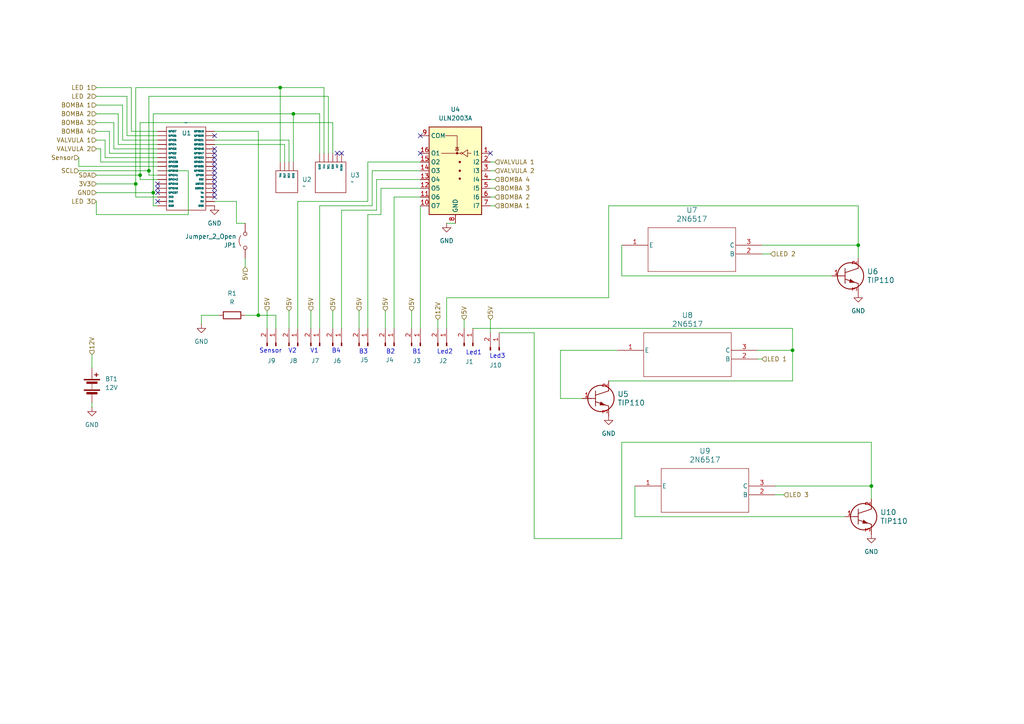
<source format=kicad_sch>
(kicad_sch (version 20250114) (generator "eeschema") (generator_version "9.0")
  (paper "A4")
  (lib_symbols
    (symbol "2025-05-21_07-05-57:TIP110" (pin_names (offset 0.254))
      (property "Reference" "U" (at 10.16 2.54 0))
      (property "Value" "TIP110" (at 10.16 -2.54 0))
      (symbol "TIP110_1_1"
        (polyline (pts (xy 2.54 0) (xy 3.81 0)) (stroke (width 0.2032)))
        (polyline (pts (xy 3.81 0.9398) (xy 7.62 2.2098)) (stroke (width 0.2032)))
        (polyline (pts (xy 3.81 -0.9398) (xy 7.62 -2.2098)) (stroke (width 0.2032)))
        (polyline (pts (xy 3.81 -2.2098) (xy 3.81 2.2098)) (stroke (width 0.2032)))
        (circle (center 5.3848 0) (radius 3.81) (stroke (width 0.254)))
        (polyline (pts (xy 5.3848 -0.9398) (xy 5.08 -1.905) (xy 6.6548 -1.905)) (fill (type outline)))
        (polyline (pts (xy 7.62 2.2098) (xy 7.62 2.54)) (stroke (width 0.2032)))
        (polyline (pts (xy 7.62 -2.54) (xy 7.62 -2.2098)) (stroke (width 0.2032)))
        (pin unspecified line (at 0 0 0) (length 2.54) (name "") (number "1"))
        (pin unspecified line (at 7.62 5.08 270) (length 2.54) (name "") (number "2"))
        (pin unspecified line (at 7.62 -5.08 90) (length 2.54) (name "") (number "3"))
      )
    )
    (symbol "2025-05-21_07-22-19:2N6517" (pin_names (offset 0.254))
      (property "Reference" "U" (at 20.32 10.16 0))
      (property "Value" "2N6517" (at 20.32 7.62 0))
      (symbol "2N6517_0_1"
        (polyline (pts (xy 7.62 5.08) (xy 7.62 -7.62)) (stroke (width 0.127)))
        (polyline (pts (xy 7.62 -7.62) (xy 33.02 -7.62)) (stroke (width 0.127)))
        (polyline (pts (xy 33.02 5.08) (xy 7.62 5.08)) (stroke (width 0.127)))
        (polyline (pts (xy 33.02 -7.62) (xy 33.02 5.08)) (stroke (width 0.127)))
        (pin unspecified line (at 0 0 0) (length 7.62) (name "E") (number "1"))
        (pin unspecified line (at 40.64 0 180) (length 7.62) (name "C") (number "3"))
        (pin unspecified line (at 40.64 -2.54 180) (length 7.62) (name "B") (number "2"))
      )
    )
    (symbol "Connector:Conn_01x02_Pin" (pin_names (offset 1.016) (hide yes))
      (property "Reference" "J" (at 0 2.54 0))
      (property "Value" "Conn_01x02_Pin" (at 0 -5.08 0))
      (symbol "Conn_01x02_Pin_1_1"
        (rectangle (start 0.8636 0.127) (end 0 -0.127) (stroke (width 0.1524)) (fill (type outline)))
        (rectangle (start 0.8636 -2.413) (end 0 -2.667) (stroke (width 0.1524)) (fill (type outline)))
        (polyline (pts (xy 1.27 0) (xy 0.8636 0)) (stroke (width 0.1524)))
        (polyline (pts (xy 1.27 -2.54) (xy 0.8636 -2.54)) (stroke (width 0.1524)))
        (pin passive line (at 5.08 0 180) (length 3.81) (name "Pin_1") (number "1"))
        (pin passive line (at 5.08 -2.54 180) (length 3.81) (name "Pin_2") (number "2"))
      )
    )
    (symbol "Device:Battery" (pin_numbers (hide yes)) (pin_names (offset 0) (hide yes))
      (property "Reference" "BT" (at 2.54 2.54 0))
      (property "Value" "Battery" (at 2.54 0 0))
      (symbol "Battery_0_1"
        (rectangle (start -2.286 1.778) (end 2.286 1.524) (fill (type outline)))
        (rectangle (start -2.286 -1.27) (end 2.286 -1.524) (fill (type outline)))
        (rectangle (start -1.524 1.016) (end 1.524 0.508) (fill (type outline)))
        (rectangle (start -1.524 -2.032) (end 1.524 -2.54) (fill (type outline)))
        (polyline (pts (xy 0 1.778) (xy 0 2.54)))
        (polyline (pts (xy 0 0) (xy 0 0.254)))
        (polyline (pts (xy 0 -0.508) (xy 0 -0.254)))
        (polyline (pts (xy 0 -1.016) (xy 0 -0.762)))
        (polyline (pts (xy 0.762 3.048) (xy 1.778 3.048)) (stroke (width 0.254)))
        (polyline (pts (xy 1.27 3.556) (xy 1.27 2.54)) (stroke (width 0.254)))
      )
      (symbol "Battery_1_1"
        (pin passive line (at 0 5.08 270) (length 2.54) (name "+") (number "1"))
        (pin passive line (at 0 -5.08 90) (length 2.54) (name "-") (number "2"))
      )
    )
    (symbol "Device:R" (pin_numbers (hide yes)) (pin_names (offset 0))
      (property "Reference" "R" (at 2.032 0 90))
      (property "Value" "R" (at 0 0 90))
      (symbol "R_0_1"
        (rectangle (start -1.016 -2.54) (end 1.016 2.54) (stroke (width 0.254)))
      )
      (symbol "R_1_1"
        (pin passive line (at 0 3.81 270) (length 1.27) (name "~") (number "1"))
        (pin passive line (at 0 -3.81 90) (length 1.27) (name "~") (number "2"))
      )
    )
    (symbol "Jumper:Jumper_2_Open" (pin_numbers (hide yes)) (pin_names (offset 0) (hide yes))
      (property "Reference" "JP" (at 0 2.794 0))
      (property "Value" "Jumper_2_Open" (at 0 -2.286 0))
      (symbol "Jumper_2_Open_0_0"
        (circle (center -2.032 0) (radius 0.508))
        (circle (center 2.032 0) (radius 0.508))
      )
      (symbol "Jumper_2_Open_0_1"
        (arc (start -1.524 1.27) (mid 0 1.778) (end 1.524 1.27))
      )
      (symbol "Jumper_2_Open_1_1"
        (pin passive line (at -5.08 0 0) (length 2.54) (name "A") (number "1"))
        (pin passive line (at 5.08 0 180) (length 2.54) (name "B") (number "2"))
      )
    )
    (symbol "Transistor_Array:ULN2003A"
      (property "Reference" "U" (at 0 15.875 0))
      (property "Value" "ULN2003A" (at 0 13.97 0))
      (symbol "ULN2003A_0_1"
        (rectangle (start -7.62 -12.7) (end 7.62 12.7) (stroke (width 0.254)) (fill (type background)))
        (polyline (pts (xy -4.572 5.08) (xy -3.556 5.08)))
        (polyline (pts (xy -3.556 6.096) (xy -3.556 4.064) (xy -2.032 5.08) (xy -3.556 6.096)))
        (circle (center -1.778 5.08) (radius 0.254))
        (polyline (pts (xy -1.524 5.08) (xy 4.064 5.08)))
        (circle (center -1.27 2.54) (radius 0.254) (fill (type outline)))
        (circle (center -1.27 0) (radius 0.254) (fill (type outline)))
        (circle (center -1.27 -2.286) (radius 0.254) (fill (type outline)))
        (circle (center -0.508 5.08) (radius 0.254) (fill (type outline)))
        (polyline (pts (xy -0.508 5.08) (xy -0.508 10.16) (xy 2.921 10.16)))
        (polyline (pts (xy 0 6.731) (xy -1.016 6.731)))
        (polyline (pts (xy 0 5.969) (xy -1.016 5.969) (xy -0.508 6.731) (xy 0 5.969)))
      )
      (symbol "ULN2003A_1_1"
        (pin input line (at -10.16 5.08 0) (length 2.54) (name "I1") (number "1"))
        (pin input line (at -10.16 2.54 0) (length 2.54) (name "I2") (number "2"))
        (pin input line (at -10.16 0 0) (length 2.54) (name "I3") (number "3"))
        (pin input line (at -10.16 -2.54 0) (length 2.54) (name "I4") (number "4"))
        (pin input line (at -10.16 -5.08 0) (length 2.54) (name "I5") (number "5"))
        (pin input line (at -10.16 -7.62 0) (length 2.54) (name "I6") (number "6"))
        (pin input line (at -10.16 -10.16 0) (length 2.54) (name "I7") (number "7"))
        (pin power_in line (at 0 -15.24 90) (length 2.54) (name "GND") (number "8"))
        (pin passive line (at 10.16 10.16 180) (length 2.54) (name "COM") (number "9"))
        (pin open_collector line (at 10.16 5.08 180) (length 2.54) (name "O1") (number "16"))
        (pin open_collector line (at 10.16 2.54 180) (length 2.54) (name "O2") (number "15"))
        (pin open_collector line (at 10.16 0 180) (length 2.54) (name "O3") (number "14"))
        (pin open_collector line (at 10.16 -2.54 180) (length 2.54) (name "O4") (number "13"))
        (pin open_collector line (at 10.16 -5.08 180) (length 2.54) (name "O5") (number "12"))
        (pin open_collector line (at 10.16 -7.62 180) (length 2.54) (name "O6") (number "11"))
        (pin open_collector line (at 10.16 -10.16 180) (length 2.54) (name "O7") (number "10"))
      )
    )
    (symbol "componentes aguas:74218A"
      (property "Reference" "U" (at -4.572 1.778 0))
      (symbol "74218A_0_1"
        (rectangle (start 0 0) (end -8.89 8.89))
      )
      (symbol "74218A_1_1"
        (pin input line (at -7.62 11.43 270) (length 2.54) (name "GND") (number ""))
        (pin input line (at -6.35 11.43 270) (length 2.54) (name "Vcc") (number ""))
        (pin input line (at -5.08 11.43 270) (length 2.54) (name "SCL") (number ""))
        (pin input line (at -3.81 11.43 270) (length 2.54) (name "SDA") (number ""))
        (pin input line (at -2.54 11.43 270) (length 2.54) (name "INT") (number ""))
        (pin input line (at -1.27 11.43 270) (length 2.54) (name "RESN") (number ""))
      )
    )
    (symbol "componentes aguas:esp32_heltec"
      (property "Reference" "U" (at -11.938 1.27 0))
      (symbol "esp32_heltec_0_1"
        (rectangle (start -16.51 0) (end -5.08 -24.13))
      )
      (symbol "esp32_heltec_1_1"
        (pin passive line (at -19.05 -1.27 0) (length 2.54) (name "GPIO7") (number ""))
        (pin passive line (at -19.05 -2.54 0) (length 2.54) (name "GPIO6") (number ""))
        (pin passive line (at -19.05 -3.81 0) (length 2.54) (name "GPIO5") (number ""))
        (pin passive line (at -19.05 -5.08 0) (length 2.54) (name "GPIO4") (number ""))
        (pin passive line (at -19.05 -6.35 0) (length 2.54) (name "GPIO3") (number ""))
        (pin passive line (at -19.05 -7.62 0) (length 2.54) (name "GPIO2") (number ""))
        (pin passive line (at -19.05 -8.89 0) (length 2.54) (name "GPIO1") (number ""))
        (pin passive line (at -19.05 -10.16 0) (length 2.54) (name "GPIO38") (number ""))
        (pin passive line (at -19.05 -11.43 0) (length 2.54) (name "GPIO39") (number ""))
        (pin passive line (at -19.05 -12.7 0) (length 2.54) (name "GPIO40") (number ""))
        (pin passive line (at -19.05 -13.97 0) (length 2.54) (name "GPIO41") (number ""))
        (pin passive line (at -19.05 -15.24 0) (length 2.54) (name "GPIO42") (number ""))
        (pin passive line (at -19.05 -16.51 0) (length 2.54) (name "GPIO45") (number ""))
        (pin passive line (at -19.05 -17.78 0) (length 2.54) (name "GPIO46") (number ""))
        (pin passive line (at -19.05 -19.05 0) (length 2.54) (name "GPIO37") (number ""))
        (pin passive line (at -19.05 -20.32 0) (length 2.54) (name "3V3") (number ""))
        (pin passive line (at -19.05 -21.59 0) (length 2.54) (name "3V3") (number ""))
        (pin passive line (at -19.05 -22.86 0) (length 2.54) (name "GND") (number ""))
        (pin passive line (at -2.54 -1.27 180) (length 2.54) (name "GPIO19") (number ""))
        (pin passive line (at -2.54 -2.54 180) (length 2.54) (name "GPIO20") (number ""))
        (pin passive line (at -2.54 -3.81 180) (length 2.54) (name "GPIO21") (number ""))
        (pin passive line (at -2.54 -5.08 180) (length 2.54) (name "GPIO26") (number ""))
        (pin passive line (at -2.54 -6.35 180) (length 2.54) (name "GPIO48") (number ""))
        (pin passive line (at -2.54 -7.62 180) (length 2.54) (name "GPIO47") (number ""))
        (pin passive line (at -2.54 -8.89 180) (length 2.54) (name "GPIO33") (number ""))
        (pin passive line (at -2.54 -10.16 180) (length 2.54) (name "GPIO34") (number ""))
        (pin passive line (at -2.54 -11.43 180) (length 2.54) (name "GPIO35") (number ""))
        (pin passive line (at -2.54 -12.7 180) (length 2.54) (name "GPIO36") (number ""))
        (pin passive line (at -2.54 -13.97 180) (length 2.54) (name "GPIO0") (number ""))
        (pin passive line (at -2.54 -15.24 180) (length 2.54) (name "RST") (number ""))
        (pin passive line (at -2.54 -16.51 180) (length 2.54) (name "U0TXD") (number ""))
        (pin passive line (at -2.54 -17.78 180) (length 2.54) (name "U0RXD") (number ""))
        (pin passive line (at -2.54 -19.05 180) (length 2.54) (name "Ve") (number ""))
        (pin passive line (at -2.54 -20.32 180) (length 2.54) (name "Ve") (number ""))
        (pin passive line (at -2.54 -21.59 180) (length 2.54) (name "5V") (number ""))
        (pin passive line (at -2.54 -22.86 180) (length 2.54) (name "GND") (number ""))
      )
    )
    (symbol "componentes aguas:sensor_presion"
      (property "Reference" "U" (at -3.048 4.318 0))
      (symbol "sensor_presion_0_1"
        (rectangle (start -6.35 6.35) (end 0 0))
      )
      (symbol "sensor_presion_1_1"
        (pin input line (at -5.08 -2.54 90) (length 2.54) (name "GND") (number ""))
        (pin input line (at -3.81 -2.54 90) (length 2.54) (name "SCK") (number ""))
        (pin input line (at -2.54 -2.54 90) (length 2.54) (name "OUT") (number ""))
        (pin input line (at -1.27 -2.54 90) (length 2.54) (name "Vcc") (number ""))
      )
    )
    (symbol "power:GND" (power) (pin_numbers (hide yes)) (pin_names (offset 0) (hide yes))
      (property "Value" "GND" (at 0 -3.81 0))
      (symbol "GND_0_1"
        (polyline (pts (xy 0 0) (xy 0 -1.27) (xy 1.27 -1.27) (xy 0 -2.54) (xy -1.27 -1.27) (xy 0 -1.27)))
      )
      (symbol "GND_1_1"
        (pin power_in line (at 0 0 270) (length 0) (name "~") (number "1"))
      )
    )
  )
  (text "B4" (at 97.536 101.854 0) (effects (font (size 1.27 1.27))))
  (text "Led1\n" (at 137.414 102.362 0) (effects (font (size 1.27 1.27))))
  (text "Led3\n" (at 144.272 103.378 0) (effects (font (size 1.27 1.27))))
  (text "V1" (at 91.186 101.854 0) (effects (font (size 1.27 1.27))))
  (text "B3" (at 105.41 102.108 0) (effects (font (size 1.27 1.27))))
  (text "B1\n" (at 120.904 102.108 0) (effects (font (size 1.27 1.27))))
  (text "V2" (at 84.836 101.854 0) (effects (font (size 1.27 1.27))))
  (text "B2\n" (at 113.284 102.108 0) (effects (font (size 1.27 1.27))))
  (text "Sensor\n" (at 78.486 101.854 0) (effects (font (size 1.27 1.27))))
  (text "Led2\n" (at 129.032 102.108 0) (effects (font (size 1.27 1.27))))
  (junction (at 43.18 49.53))
  (junction (at 252.73 140.97))
  (junction (at 44.45 55.88))
  (junction (at 229.87 101.6))
  (junction (at 39.37 53.34))
  (junction (at 74.93 91.44))
  (junction (at 85.09 33.02))
  (junction (at 40.64 50.8))
  (junction (at 81.28 25.4))
  (junction (at 248.92 71.12))
  (no_connect (at 62.23 54.61))
  (no_connect (at 62.23 44.45))
  (no_connect (at 45.72 55.88))
  (no_connect (at 62.23 57.15))
  (no_connect (at 62.23 49.53))
  (no_connect (at 62.23 55.88))
  (no_connect (at 62.23 39.37))
  (no_connect (at 62.23 43.18))
  (no_connect (at 62.23 46.99))
  (no_connect (at 62.23 45.72))
  (no_connect (at 121.92 39.37))
  (no_connect (at 45.72 54.61))
  (no_connect (at 62.23 53.34))
  (no_connect (at 62.23 50.8))
  (no_connect (at 99.06 44.45))
  (no_connect (at 121.92 44.45))
  (no_connect (at 62.23 48.26))
  (no_connect (at 97.79 44.45))
  (no_connect (at 45.72 53.34))
  (no_connect (at 45.72 58.42))
  (no_connect (at 142.24 44.45))
  (no_connect (at 62.23 52.07))
  (wire (pts (xy 74.93 91.44) (xy 71.12 91.44)))
  (wire (pts (xy 39.37 53.34) (xy 39.37 57.15)))
  (wire (pts (xy 29.21 46.99) (xy 45.72 46.99)))
  (wire (pts (xy 86.36 58.42) (xy 106.68 58.42)))
  (wire (pts (xy 83.82 40.64) (xy 62.23 40.64)))
  (wire (pts (xy 22.86 48.26) (xy 22.86 45.72)))
  (wire (pts (xy 82.55 46.99) (xy 82.55 41.91)))
  (wire (pts (xy 39.37 25.4) (xy 39.37 53.34)))
  (wire (pts (xy 154.94 96.52) (xy 154.94 156.21)))
  (wire (pts (xy 85.09 33.02) (xy 85.09 46.99)))
  (wire (pts (xy 176.53 86.36) (xy 176.53 59.69)))
  (wire (pts (xy 44.45 59.69) (xy 45.72 59.69)))
  (wire (pts (xy 142.24 59.69) (xy 143.51 59.69)))
  (wire (pts (xy 220.98 71.12) (xy 248.92 71.12)))
  (wire (pts (xy 92.71 33.02) (xy 85.09 33.02)))
  (wire (pts (xy 220.98 73.66) (xy 223.52 73.66)))
  (wire (pts (xy 109.22 60.96) (xy 109.22 52.07)))
  (wire (pts (xy 27.94 33.02) (xy 34.29 33.02)))
  (wire (pts (xy 176.53 59.69) (xy 248.92 59.69)))
  (wire (pts (xy 229.87 101.6) (xy 229.87 95.25)))
  (wire (pts (xy 129.54 95.25) (xy 129.54 86.36)))
  (wire (pts (xy 54.61 49.53) (xy 45.72 49.53)))
  (wire (pts (xy 142.24 57.15) (xy 143.51 57.15)))
  (wire (pts (xy 68.58 58.42) (xy 62.23 58.42)))
  (wire (pts (xy 90.17 90.17) (xy 90.17 95.25)))
  (wire (pts (xy 106.68 58.42) (xy 106.68 46.99)))
  (wire (pts (xy 106.68 95.25) (xy 106.68 62.23)))
  (wire (pts (xy 111.76 90.17) (xy 111.76 95.25)))
  (wire (pts (xy 34.29 41.91) (xy 45.72 41.91)))
  (wire (pts (xy 27.94 53.34) (xy 39.37 53.34)))
  (wire (pts (xy 110.49 54.61) (xy 121.92 54.61)))
  (wire (pts (xy 107.95 49.53) (xy 121.92 49.53)))
  (wire (pts (xy 58.42 91.44) (xy 63.5 91.44)))
  (wire (pts (xy 27.94 35.56) (xy 33.02 35.56)))
  (wire (pts (xy 26.67 102.87) (xy 26.67 106.68)))
  (wire (pts (xy 22.86 48.26) (xy 45.72 48.26)))
  (wire (pts (xy 54.61 62.23) (xy 27.94 62.23)))
  (wire (pts (xy 39.37 57.15) (xy 45.72 57.15)))
  (wire (pts (xy 142.24 49.53) (xy 143.51 49.53)))
  (wire (pts (xy 224.79 143.51) (xy 227.33 143.51)))
  (wire (pts (xy 27.94 38.1) (xy 31.75 38.1)))
  (wire (pts (xy 142.24 52.07) (xy 143.51 52.07)))
  (wire (pts (xy 81.28 25.4) (xy 81.28 46.99)))
  (wire (pts (xy 142.24 92.71) (xy 142.24 96.52)))
  (wire (pts (xy 248.92 71.12) (xy 248.92 74.93)))
  (wire (pts (xy 96.52 44.45) (xy 96.52 35.56)))
  (wire (pts (xy 44.45 33.02) (xy 44.45 55.88)))
  (wire (pts (xy 92.71 59.69) (xy 107.95 59.69)))
  (wire (pts (xy 30.48 45.72) (xy 45.72 45.72)))
  (wire (pts (xy 27.94 62.23) (xy 27.94 58.42)))
  (wire (pts (xy 110.49 62.23) (xy 110.49 54.61)))
  (wire (pts (xy 27.94 50.8) (xy 40.64 50.8)))
  (wire (pts (xy 30.48 40.64) (xy 30.48 45.72)))
  (wire (pts (xy 38.1 25.4) (xy 38.1 38.1)))
  (wire (pts (xy 121.92 59.69) (xy 121.92 95.25)))
  (wire (pts (xy 168.91 115.57) (xy 162.56 115.57)))
  (wire (pts (xy 31.75 44.45) (xy 45.72 44.45)))
  (wire (pts (xy 80.01 95.25) (xy 80.01 91.44)))
  (wire (pts (xy 36.83 27.94) (xy 36.83 39.37)))
  (wire (pts (xy 114.3 95.25) (xy 114.3 57.15)))
  (wire (pts (xy 27.94 55.88) (xy 44.45 55.88)))
  (wire (pts (xy 229.87 101.6) (xy 229.87 110.49)))
  (wire (pts (xy 95.25 44.45) (xy 95.25 27.94)))
  (wire (pts (xy 252.73 144.78) (xy 252.73 140.97)))
  (wire (pts (xy 74.93 91.44) (xy 80.01 91.44)))
  (wire (pts (xy 132.08 64.77) (xy 129.54 64.77)))
  (wire (pts (xy 74.93 38.1) (xy 62.23 38.1)))
  (wire (pts (xy 154.94 156.21) (xy 180.34 156.21)))
  (wire (pts (xy 35.56 30.48) (xy 35.56 40.64)))
  (wire (pts (xy 107.95 59.69) (xy 107.95 49.53)))
  (wire (pts (xy 27.94 30.48) (xy 35.56 30.48)))
  (wire (pts (xy 40.64 35.56) (xy 96.52 35.56)))
  (wire (pts (xy 180.34 80.01) (xy 241.3 80.01)))
  (wire (pts (xy 144.78 96.52) (xy 154.94 96.52)))
  (wire (pts (xy 142.24 54.61) (xy 143.51 54.61)))
  (wire (pts (xy 27.94 25.4) (xy 38.1 25.4)))
  (wire (pts (xy 92.71 95.25) (xy 92.71 59.69)))
  (wire (pts (xy 180.34 128.27) (xy 252.73 128.27)))
  (wire (pts (xy 39.37 25.4) (xy 81.28 25.4)))
  (wire (pts (xy 35.56 40.64) (xy 45.72 40.64)))
  (wire (pts (xy 77.47 90.17) (xy 77.47 95.25)))
  (wire (pts (xy 106.68 62.23) (xy 110.49 62.23)))
  (wire (pts (xy 180.34 156.21) (xy 180.34 128.27)))
  (wire (pts (xy 96.52 90.17) (xy 96.52 95.25)))
  (wire (pts (xy 86.36 95.25) (xy 86.36 58.42)))
  (wire (pts (xy 93.98 44.45) (xy 93.98 25.4)))
  (wire (pts (xy 29.21 43.18) (xy 29.21 46.99)))
  (wire (pts (xy 31.75 38.1) (xy 31.75 44.45)))
  (wire (pts (xy 162.56 101.6) (xy 179.07 101.6)))
  (wire (pts (xy 83.82 46.99) (xy 83.82 40.64)))
  (wire (pts (xy 54.61 49.53) (xy 54.61 62.23)))
  (wire (pts (xy 106.68 46.99) (xy 121.92 46.99)))
  (wire (pts (xy 22.86 49.53) (xy 43.18 49.53)))
  (wire (pts (xy 36.83 39.37) (xy 45.72 39.37)))
  (wire (pts (xy 43.18 49.53) (xy 43.18 50.8)))
  (wire (pts (xy 119.38 90.17) (xy 119.38 95.25)))
  (wire (pts (xy 58.42 93.98) (xy 58.42 91.44)))
  (wire (pts (xy 81.28 25.4) (xy 93.98 25.4)))
  (wire (pts (xy 92.71 44.45) (xy 92.71 33.02)))
  (wire (pts (xy 82.55 41.91) (xy 62.23 41.91)))
  (wire (pts (xy 27.94 40.64) (xy 30.48 40.64)))
  (wire (pts (xy 43.18 27.94) (xy 95.25 27.94)))
  (wire (pts (xy 162.56 115.57) (xy 162.56 101.6)))
  (wire (pts (xy 40.64 50.8) (xy 40.64 52.07)))
  (wire (pts (xy 85.09 33.02) (xy 44.45 33.02)))
  (wire (pts (xy 43.18 27.94) (xy 43.18 49.53)))
  (wire (pts (xy 34.29 33.02) (xy 34.29 41.91)))
  (wire (pts (xy 184.15 140.97) (xy 184.15 149.86)))
  (wire (pts (xy 26.67 116.84) (xy 26.67 118.11)))
  (wire (pts (xy 109.22 52.07) (xy 121.92 52.07)))
  (wire (pts (xy 43.18 50.8) (xy 45.72 50.8)))
  (wire (pts (xy 38.1 38.1) (xy 45.72 38.1)))
  (wire (pts (xy 71.12 74.93) (xy 71.12 77.47)))
  (wire (pts (xy 40.64 52.07) (xy 45.72 52.07)))
  (wire (pts (xy 176.53 110.49) (xy 229.87 110.49)))
  (wire (pts (xy 219.71 104.14) (xy 220.98 104.14)))
  (wire (pts (xy 99.06 95.25) (xy 99.06 60.96)))
  (wire (pts (xy 252.73 128.27) (xy 252.73 140.97)))
  (wire (pts (xy 142.24 46.99) (xy 143.51 46.99)))
  (wire (pts (xy 229.87 101.6) (xy 219.71 101.6)))
  (wire (pts (xy 184.15 149.86) (xy 245.11 149.86)))
  (wire (pts (xy 248.92 59.69) (xy 248.92 71.12)))
  (wire (pts (xy 134.62 92.71) (xy 134.62 95.25)))
  (wire (pts (xy 114.3 57.15) (xy 121.92 57.15)))
  (wire (pts (xy 68.58 64.77) (xy 68.58 58.42)))
  (wire (pts (xy 127 92.71) (xy 127 95.25)))
  (wire (pts (xy 44.45 55.88) (xy 44.45 59.69)))
  (wire (pts (xy 129.54 86.36) (xy 176.53 86.36)))
  (wire (pts (xy 27.94 43.18) (xy 29.21 43.18)))
  (wire (pts (xy 33.02 35.56) (xy 33.02 43.18)))
  (wire (pts (xy 104.14 90.17) (xy 104.14 95.25)))
  (wire (pts (xy 83.82 90.17) (xy 83.82 95.25)))
  (wire (pts (xy 40.64 35.56) (xy 40.64 50.8)))
  (wire (pts (xy 74.93 91.44) (xy 74.93 38.1)))
  (wire (pts (xy 33.02 43.18) (xy 45.72 43.18)))
  (wire (pts (xy 180.34 71.12) (xy 180.34 80.01)))
  (wire (pts (xy 99.06 60.96) (xy 109.22 60.96)))
  (wire (pts (xy 68.58 64.77) (xy 71.12 64.77)))
  (wire (pts (xy 224.79 140.97) (xy 252.73 140.97)))
  (wire (pts (xy 27.94 27.94) (xy 36.83 27.94)))
  (wire (pts (xy 137.16 95.25) (xy 229.87 95.25)))
  (hierarchical_label "BOMBA 4" (shape input) (at 143.51 52.07 0))
  (hierarchical_label "BOMBA 1" (shape input) (at 143.51 59.69 0))
  (hierarchical_label "BOMBA 3" (shape input) (at 27.94 35.56 180))
  (hierarchical_label "12V" (shape input) (at 127 92.71 90))
  (hierarchical_label "5V" (shape input) (at 104.14 90.17 90))
  (hierarchical_label "BOMBA 2" (shape input) (at 143.51 57.15 0))
  (hierarchical_label "12V" (shape input) (at 26.67 102.87 90))
  (hierarchical_label "5V" (shape input) (at 71.12 77.47 270))
  (hierarchical_label "BOMBA 4" (shape input) (at 27.94 38.1 180))
  (hierarchical_label "3V3" (shape input) (at 27.94 53.34 180))
  (hierarchical_label "SDA" (shape input) (at 27.94 50.8 180))
  (hierarchical_label "BOMBA 3" (shape input) (at 143.51 54.61 0))
  (hierarchical_label "LED 2" (shape input) (at 223.52 73.66 0))
  (hierarchical_label "Sensor" (shape input) (at 22.86 45.72 180))
  (hierarchical_label "5V" (shape input) (at 77.47 90.17 90))
  (hierarchical_label "VALVULA 1" (shape input) (at 27.94 40.64 180))
  (hierarchical_label "5V" (shape input) (at 83.82 90.17 90))
  (hierarchical_label "SCL" (shape input) (at 22.86 49.53 180))
  (hierarchical_label "5V" (shape input) (at 96.52 90.17 90))
  (hierarchical_label "LED 3" (shape input) (at 27.94 58.42 180))
  (hierarchical_label "LED 1" (shape input) (at 220.98 104.14 0))
  (hierarchical_label "5V" (shape input) (at 134.62 92.71 90))
  (hierarchical_label "GND" (shape input) (at 27.94 55.88 180))
  (hierarchical_label "BOMBA 2" (shape input) (at 27.94 33.02 180))
  (hierarchical_label "LED 1" (shape input) (at 27.94 25.4 180))
  (hierarchical_label "VALVULA 1" (shape input) (at 143.51 46.99 0))
  (hierarchical_label "5V" (shape input) (at 90.17 90.17 90))
  (hierarchical_label "BOMBA 1" (shape input) (at 27.94 30.48 180))
  (hierarchical_label "LED 2" (shape input) (at 27.94 27.94 180))
  (hierarchical_label "5V" (shape input) (at 142.24 92.71 90))
  (hierarchical_label "LED 3" (shape input) (at 227.33 143.51 0))
  (hierarchical_label "5V" (shape input) (at 111.76 90.17 90))
  (hierarchical_label "5V" (shape input) (at 119.38 90.17 90))
  (hierarchical_label "VALVULA 2" (shape input) (at 143.51 49.53 0))
  (hierarchical_label "VALVULA 2" (shape input) (at 27.94 43.18 180))
  (symbol (lib_id "Device:Battery") (at 26.67 111.76 0) (unit 1)
    (property "Reference" "BT1" (at 30.48 109.9184 0) (effects (justify left)))
    (property "Value" "12V" (at 30.48 112.4584 0) (effects (justify left)))
    (property "Description" "Multiple-cell battery" (effects (hide yes)))
  )
  (symbol (lib_id "Connector:Conn_01x02_Pin") (at 92.71 100.33 270) (mirror x) (unit 1)
    (property "Reference" "J7" (at 91.44 104.648 90))
    (property "Value" "Conn_01x02_Pin" (effects (hide yes)))
    (property "Description" "Generic connector, single row, 01x02, script generated" (effects (hide yes)))
  )
  (symbol (lib_id "2025-05-21_07-22-19:2N6517") (at 184.15 140.97 0) (unit 1)
    (property "Reference" "U9" (at 204.47 130.81 0) (effects (font (size 1.524 1.524))))
    (property "Value" "2N6517" (at 204.47 133.35 0) (effects (font (size 1.524 1.524))))
    (property "Footprint" "TO-92-3L_5P33X5P2_ONS" (effects (hide yes)))
    (property "Datasheet" "2N6517" (effects (hide yes)))
  )
  (symbol (lib_id "2025-05-21_07-22-19:2N6517") (at 179.07 101.6 0) (unit 1)
    (property "Reference" "U8" (at 199.39 91.44 0) (effects (font (size 1.524 1.524))))
    (property "Value" "2N6517" (at 199.39 93.98 0) (effects (font (size 1.524 1.524))))
    (property "Footprint" "TO-92-3L_5P33X5P2_ONS" (effects (hide yes)))
    (property "Datasheet" "2N6517" (effects (hide yes)))
  )
  (symbol (lib_id "componentes aguas:esp32_heltec") (at 64.77 36.83 0) (unit 1)
    (property "Reference" "U1" (at 54.102 38.608 0))
    (property "Value" "~" (at 53.975 35.56 0))
  )
  (symbol (lib_id "power:GND") (at 26.67 118.11 0) (unit 1)
    (property "Reference" "#PWR06" (effects (hide yes)))
    (property "Value" "GND" (at 26.67 123.19 0))
    (property "Description" "Power symbol creates a global label with name \"GND\" , ground" (effects (hide yes)))
  )
  (symbol (lib_id "Connector:Conn_01x02_Pin") (at 99.06 100.33 270) (mirror x) (unit 1)
    (property "Reference" "J6" (at 97.79 104.648 90))
    (property "Value" "Conn_01x02_Pin" (effects (hide yes)))
    (property "Description" "Generic connector, single row, 01x02, script generated" (effects (hide yes)))
  )
  (symbol (lib_id "power:GND") (at 252.73 154.94 0) (unit 1)
    (property "Reference" "#PWR04" (effects (hide yes)))
    (property "Value" "GND" (at 252.73 160.02 0))
    (property "Description" "Power symbol creates a global label with name \"GND\" , ground" (effects (hide yes)))
  )
  (symbol (lib_id "Device:R") (at 67.31 91.44 270) (unit 1)
    (property "Reference" "R1" (at 67.31 85.09 90))
    (property "Value" "R" (at 67.31 87.63 90))
    (property "Description" "Resistor" (effects (hide yes)))
  )
  (symbol (lib_id "Connector:Conn_01x02_Pin") (at 144.78 101.6 270) (mirror x) (unit 1)
    (property "Reference" "J10" (at 143.764 105.918 90))
    (property "Value" "Conn_01x02_Pin" (effects (hide yes)))
    (property "Description" "Generic connector, single row, 01x02, script generated" (effects (hide yes)))
  )
  (symbol (lib_id "2025-05-21_07-05-57:TIP110") (at 241.3 80.01 0) (unit 1)
    (property "Reference" "U6" (at 251.46 78.7399 0) (effects (font (size 1.524 1.524)) (justify left)))
    (property "Value" "TIP110" (at 251.46 81.2799 0) (effects (font (size 1.524 1.524)) (justify left)))
    (property "Footprint" "TO-220_STM" (effects (hide yes)))
    (property "Datasheet" "TIP110" (effects (hide yes)))
  )
  (symbol (lib_id "Connector:Conn_01x02_Pin") (at 106.68 100.33 270) (mirror x) (unit 1)
    (property "Reference" "J5" (at 105.664 104.394 90))
    (property "Value" "Conn_01x02_Pin" (effects (hide yes)))
    (property "Description" "Generic connector, single row, 01x02, script generated" (effects (hide yes)))
  )
  (symbol (lib_id "Connector:Conn_01x02_Pin") (at 114.3 100.33 270) (mirror x) (unit 1)
    (property "Reference" "J4" (at 113.03 104.394 90))
    (property "Value" "Conn_01x02_Pin" (effects (hide yes)))
    (property "Description" "Generic connector, single row, 01x02, script generated" (effects (hide yes)))
  )
  (symbol (lib_id "Connector:Conn_01x02_Pin") (at 86.36 100.33 270) (mirror x) (unit 1)
    (property "Reference" "J8" (at 85.09 104.648 90))
    (property "Value" "Conn_01x02_Pin" (effects (hide yes)))
    (property "Description" "Generic connector, single row, 01x02, script generated" (effects (hide yes)))
  )
  (symbol (lib_id "power:GND") (at 58.42 93.98 0) (unit 1)
    (property "Reference" "#PWR05" (effects (hide yes)))
    (property "Value" "GND" (at 58.42 99.06 0))
    (property "Description" "Power symbol creates a global label with name \"GND\" , ground" (effects (hide yes)))
  )
  (symbol (lib_id "2025-05-21_07-05-57:TIP110") (at 245.11 149.86 0) (unit 1)
    (property "Reference" "U10" (at 255.27 148.5899 0) (effects (font (size 1.524 1.524)) (justify left)))
    (property "Value" "TIP110" (at 255.27 151.1299 0) (effects (font (size 1.524 1.524)) (justify left)))
    (property "Footprint" "TO-220_STM" (effects (hide yes)))
    (property "Datasheet" "TIP110" (effects (hide yes)))
  )
  (symbol (lib_id "Transistor_Array:ULN2003A") (at 132.08 49.53 0) (mirror y) (unit 1)
    (property "Reference" "U4" (at 132.08 31.75 0))
    (property "Value" "ULN2003A" (at 132.08 34.29 0))
    (property "Datasheet" "http://www.ti.com/lit/ds/symlink/uln2003a.pdf" (effects (hide yes)))
    (property "Description" "High Voltage, High Current Darlington Transistor Arrays, SOIC16/SOIC16W/DIP16/TSSOP16" (effects (hide yes)))
  )
  (symbol (lib_id "Connector:Conn_01x02_Pin") (at 129.54 100.33 270) (mirror x) (unit 1)
    (property "Reference" "J2" (at 128.524 104.648 90))
    (property "Value" "Conn_01x02_Pin" (effects (hide yes)))
    (property "Description" "Generic connector, single row, 01x02, script generated" (effects (hide yes)))
  )
  (symbol (lib_id "power:GND") (at 176.53 120.65 0) (unit 1)
    (property "Reference" "#PWR02" (effects (hide yes)))
    (property "Value" "GND" (at 176.53 125.73 0))
    (property "Description" "Power symbol creates a global label with name \"GND\" , ground" (effects (hide yes)))
  )
  (symbol (lib_id "Jumper:Jumper_2_Open") (at 71.12 69.85 90) (mirror x) (unit 1)
    (property "Reference" "JP1" (at 68.58 71.1201 90) (effects (justify left)))
    (property "Value" "Jumper_2_Open" (at 68.58 68.5801 90) (effects (justify left)))
    (property "Description" "Jumper, 2-pole, open" (effects (hide yes)))
  )
  (symbol (lib_id "componentes aguas:74218A") (at 100.33 55.88 0) (unit 1)
    (property "Reference" "U3" (at 101.6 50.7999 0) (effects (justify left)))
    (property "Value" "~" (at 101.6 52.705 0) (effects (justify left)))
  )
  (symbol (lib_id "power:GND") (at 62.23 59.69 0) (unit 1)
    (property "Reference" "#PWR07" (effects (hide yes)))
    (property "Value" "GND" (at 62.23 64.77 0))
    (property "Description" "Power symbol creates a global label with name \"GND\" , ground" (effects (hide yes)))
  )
  (symbol (lib_id "componentes aguas:sensor_presion") (at 80.01 49.53 180) (unit 1)
    (property "Reference" "U2" (at 87.63 52.0699 0) (effects (justify right)))
    (property "Value" "~" (at 87.63 53.975 0) (effects (justify right)))
  )
  (symbol (lib_id "2025-05-21_07-22-19:2N6517") (at 180.34 71.12 0) (unit 1)
    (property "Reference" "U7" (at 200.66 60.96 0) (effects (font (size 1.524 1.524))))
    (property "Value" "2N6517" (at 200.66 63.5 0) (effects (font (size 1.524 1.524))))
    (property "Footprint" "TO-92-3L_5P33X5P2_ONS" (effects (hide yes)))
    (property "Datasheet" "2N6517" (effects (hide yes)))
  )
  (symbol (lib_id "power:GND") (at 129.54 64.77 0) (unit 1)
    (property "Reference" "#PWR01" (effects (hide yes)))
    (property "Value" "GND" (at 129.54 69.85 0))
    (property "Description" "Power symbol creates a global label with name \"GND\" , ground" (effects (hide yes)))
  )
  (symbol (lib_id "power:GND") (at 248.92 85.09 0) (unit 1)
    (property "Reference" "#PWR03" (effects (hide yes)))
    (property "Value" "GND" (at 248.92 90.17 0))
    (property "Description" "Power symbol creates a global label with name \"GND\" , ground" (effects (hide yes)))
  )
  (symbol (lib_id "Connector:Conn_01x02_Pin") (at 121.92 100.33 270) (mirror x) (unit 1)
    (property "Reference" "J3" (at 120.904 104.648 90))
    (property "Value" "Conn_01x02_Pin" (effects (hide yes)))
    (property "Description" "Generic connector, single row, 01x02, script generated" (effects (hide yes)))
  )
  (symbol (lib_id "Connector:Conn_01x02_Pin") (at 80.01 100.33 270) (mirror x) (unit 1)
    (property "Reference" "J9" (at 78.74 104.648 90))
    (property "Value" "Conn_01x02_Pin" (effects (hide yes)))
    (property "Description" "Generic connector, single row, 01x02, script generated" (effects (hide yes)))
  )
  (symbol (lib_id "Connector:Conn_01x02_Pin") (at 137.16 100.33 270) (mirror x) (unit 1)
    (property "Reference" "J1" (at 136.144 104.902 90))
    (property "Value" "Conn_01x02_Pin" (effects (hide yes)))
    (property "Description" "Generic connector, single row, 01x02, script generated" (effects (hide yes)))
  )
  (symbol (lib_id "2025-05-21_07-05-57:TIP110") (at 168.91 115.57 0) (unit 1)
    (property "Reference" "U5" (at 179.07 114.2999 0) (effects (font (size 1.524 1.524)) (justify left)))
    (property "Value" "TIP110" (at 179.07 116.8399 0) (effects (font (size 1.524 1.524)) (justify left)))
    (property "Footprint" "TO-220_STM" (effects (hide yes)))
    (property "Datasheet" "TIP110" (effects (hide yes)))
  )
)
</source>
